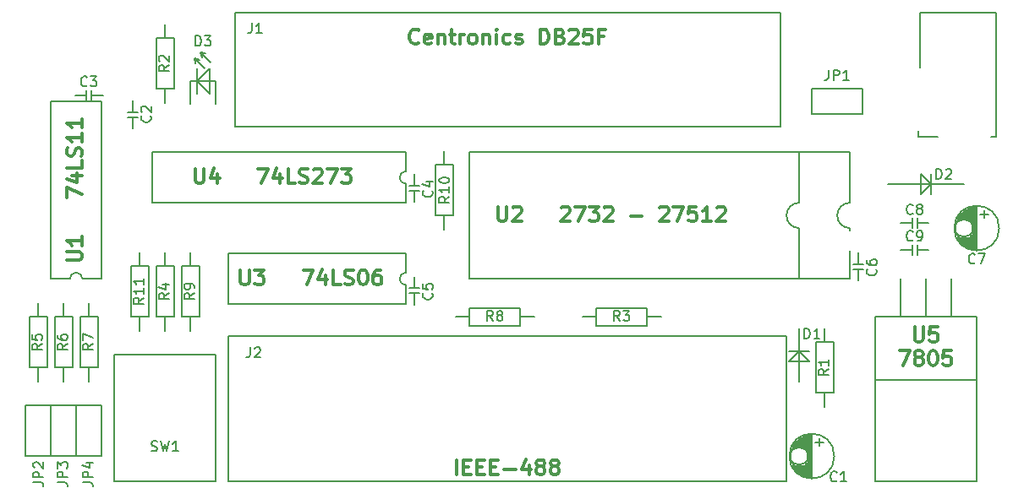
<source format=gto>
G04 (created by PCBNEW (2013-07-07 BZR 4022)-stable) date 28.12.2015 18:38:58*
%MOIN*%
G04 Gerber Fmt 3.4, Leading zero omitted, Abs format*
%FSLAX34Y34*%
G01*
G70*
G90*
G04 APERTURE LIST*
%ADD10C,0.00393701*%
%ADD11C,0.008*%
%ADD12C,0.011811*%
%ADD13C,0.00787402*%
G04 APERTURE END LIST*
G54D10*
G54D11*
X5466Y-17792D02*
X5523Y-17811D01*
X5619Y-17811D01*
X5657Y-17792D01*
X5676Y-17773D01*
X5695Y-17735D01*
X5695Y-17697D01*
X5676Y-17659D01*
X5657Y-17640D01*
X5619Y-17621D01*
X5542Y-17602D01*
X5504Y-17583D01*
X5485Y-17564D01*
X5466Y-17526D01*
X5466Y-17488D01*
X5485Y-17450D01*
X5504Y-17430D01*
X5542Y-17411D01*
X5638Y-17411D01*
X5695Y-17430D01*
X5828Y-17411D02*
X5923Y-17811D01*
X6000Y-17526D01*
X6076Y-17811D01*
X6171Y-17411D01*
X6533Y-17811D02*
X6304Y-17811D01*
X6419Y-17811D02*
X6419Y-17411D01*
X6380Y-17469D01*
X6342Y-17507D01*
X6304Y-17526D01*
X9366Y-13711D02*
X9366Y-13997D01*
X9347Y-14054D01*
X9309Y-14092D01*
X9252Y-14111D01*
X9214Y-14111D01*
X9538Y-13750D02*
X9557Y-13730D01*
X9595Y-13711D01*
X9690Y-13711D01*
X9728Y-13730D01*
X9747Y-13750D01*
X9766Y-13788D01*
X9766Y-13826D01*
X9747Y-13883D01*
X9519Y-14111D01*
X9766Y-14111D01*
X9416Y-911D02*
X9416Y-1197D01*
X9397Y-1254D01*
X9359Y-1292D01*
X9302Y-1311D01*
X9264Y-1311D01*
X9816Y-1311D02*
X9588Y-1311D01*
X9702Y-1311D02*
X9702Y-911D01*
X9664Y-969D01*
X9626Y-1007D01*
X9588Y-1026D01*
G54D12*
X16012Y-1682D02*
X15984Y-1710D01*
X15900Y-1739D01*
X15844Y-1739D01*
X15759Y-1710D01*
X15703Y-1654D01*
X15675Y-1598D01*
X15647Y-1485D01*
X15647Y-1401D01*
X15675Y-1289D01*
X15703Y-1232D01*
X15759Y-1176D01*
X15844Y-1148D01*
X15900Y-1148D01*
X15984Y-1176D01*
X16012Y-1204D01*
X16491Y-1710D02*
X16434Y-1739D01*
X16322Y-1739D01*
X16266Y-1710D01*
X16237Y-1654D01*
X16237Y-1429D01*
X16266Y-1373D01*
X16322Y-1345D01*
X16434Y-1345D01*
X16491Y-1373D01*
X16519Y-1429D01*
X16519Y-1485D01*
X16237Y-1542D01*
X16772Y-1345D02*
X16772Y-1739D01*
X16772Y-1401D02*
X16800Y-1373D01*
X16856Y-1345D01*
X16940Y-1345D01*
X16997Y-1373D01*
X17025Y-1429D01*
X17025Y-1739D01*
X17222Y-1345D02*
X17447Y-1345D01*
X17306Y-1148D02*
X17306Y-1654D01*
X17334Y-1710D01*
X17390Y-1739D01*
X17447Y-1739D01*
X17643Y-1739D02*
X17643Y-1345D01*
X17643Y-1457D02*
X17672Y-1401D01*
X17700Y-1373D01*
X17756Y-1345D01*
X17812Y-1345D01*
X18093Y-1739D02*
X18037Y-1710D01*
X18009Y-1682D01*
X17981Y-1626D01*
X17981Y-1457D01*
X18009Y-1401D01*
X18037Y-1373D01*
X18093Y-1345D01*
X18178Y-1345D01*
X18234Y-1373D01*
X18262Y-1401D01*
X18290Y-1457D01*
X18290Y-1626D01*
X18262Y-1682D01*
X18234Y-1710D01*
X18178Y-1739D01*
X18093Y-1739D01*
X18543Y-1345D02*
X18543Y-1739D01*
X18543Y-1401D02*
X18571Y-1373D01*
X18628Y-1345D01*
X18712Y-1345D01*
X18768Y-1373D01*
X18796Y-1429D01*
X18796Y-1739D01*
X19078Y-1739D02*
X19078Y-1345D01*
X19078Y-1148D02*
X19050Y-1176D01*
X19078Y-1204D01*
X19106Y-1176D01*
X19078Y-1148D01*
X19078Y-1204D01*
X19612Y-1710D02*
X19556Y-1739D01*
X19443Y-1739D01*
X19387Y-1710D01*
X19359Y-1682D01*
X19331Y-1626D01*
X19331Y-1457D01*
X19359Y-1401D01*
X19387Y-1373D01*
X19443Y-1345D01*
X19556Y-1345D01*
X19612Y-1373D01*
X19837Y-1710D02*
X19893Y-1739D01*
X20006Y-1739D01*
X20062Y-1710D01*
X20090Y-1654D01*
X20090Y-1626D01*
X20062Y-1570D01*
X20006Y-1542D01*
X19921Y-1542D01*
X19865Y-1514D01*
X19837Y-1457D01*
X19837Y-1429D01*
X19865Y-1373D01*
X19921Y-1345D01*
X20006Y-1345D01*
X20062Y-1373D01*
X20793Y-1739D02*
X20793Y-1148D01*
X20934Y-1148D01*
X21018Y-1176D01*
X21074Y-1232D01*
X21102Y-1289D01*
X21131Y-1401D01*
X21131Y-1485D01*
X21102Y-1598D01*
X21074Y-1654D01*
X21018Y-1710D01*
X20934Y-1739D01*
X20793Y-1739D01*
X21580Y-1429D02*
X21665Y-1457D01*
X21693Y-1485D01*
X21721Y-1542D01*
X21721Y-1626D01*
X21693Y-1682D01*
X21665Y-1710D01*
X21609Y-1739D01*
X21384Y-1739D01*
X21384Y-1148D01*
X21580Y-1148D01*
X21637Y-1176D01*
X21665Y-1204D01*
X21693Y-1260D01*
X21693Y-1317D01*
X21665Y-1373D01*
X21637Y-1401D01*
X21580Y-1429D01*
X21384Y-1429D01*
X21946Y-1204D02*
X21974Y-1176D01*
X22030Y-1148D01*
X22171Y-1148D01*
X22227Y-1176D01*
X22255Y-1204D01*
X22284Y-1260D01*
X22284Y-1317D01*
X22255Y-1401D01*
X21918Y-1739D01*
X22284Y-1739D01*
X22818Y-1148D02*
X22537Y-1148D01*
X22508Y-1429D01*
X22537Y-1401D01*
X22593Y-1373D01*
X22733Y-1373D01*
X22790Y-1401D01*
X22818Y-1429D01*
X22846Y-1485D01*
X22846Y-1626D01*
X22818Y-1682D01*
X22790Y-1710D01*
X22733Y-1739D01*
X22593Y-1739D01*
X22537Y-1710D01*
X22508Y-1682D01*
X23296Y-1429D02*
X23099Y-1429D01*
X23099Y-1739D02*
X23099Y-1148D01*
X23380Y-1148D01*
X17489Y-18739D02*
X17489Y-18148D01*
X17770Y-18429D02*
X17967Y-18429D01*
X18051Y-18739D02*
X17770Y-18739D01*
X17770Y-18148D01*
X18051Y-18148D01*
X18304Y-18429D02*
X18501Y-18429D01*
X18586Y-18739D02*
X18304Y-18739D01*
X18304Y-18148D01*
X18586Y-18148D01*
X18839Y-18429D02*
X19035Y-18429D01*
X19120Y-18739D02*
X18839Y-18739D01*
X18839Y-18148D01*
X19120Y-18148D01*
X19373Y-18514D02*
X19823Y-18514D01*
X20357Y-18345D02*
X20357Y-18739D01*
X20217Y-18120D02*
X20076Y-18542D01*
X20442Y-18542D01*
X20751Y-18401D02*
X20695Y-18373D01*
X20667Y-18345D01*
X20638Y-18289D01*
X20638Y-18260D01*
X20667Y-18204D01*
X20695Y-18176D01*
X20751Y-18148D01*
X20863Y-18148D01*
X20920Y-18176D01*
X20948Y-18204D01*
X20976Y-18260D01*
X20976Y-18289D01*
X20948Y-18345D01*
X20920Y-18373D01*
X20863Y-18401D01*
X20751Y-18401D01*
X20695Y-18429D01*
X20667Y-18457D01*
X20638Y-18514D01*
X20638Y-18626D01*
X20667Y-18682D01*
X20695Y-18710D01*
X20751Y-18739D01*
X20863Y-18739D01*
X20920Y-18710D01*
X20948Y-18682D01*
X20976Y-18626D01*
X20976Y-18514D01*
X20948Y-18457D01*
X20920Y-18429D01*
X20863Y-18401D01*
X21313Y-18401D02*
X21257Y-18373D01*
X21229Y-18345D01*
X21201Y-18289D01*
X21201Y-18260D01*
X21229Y-18204D01*
X21257Y-18176D01*
X21313Y-18148D01*
X21426Y-18148D01*
X21482Y-18176D01*
X21510Y-18204D01*
X21538Y-18260D01*
X21538Y-18289D01*
X21510Y-18345D01*
X21482Y-18373D01*
X21426Y-18401D01*
X21313Y-18401D01*
X21257Y-18429D01*
X21229Y-18457D01*
X21201Y-18514D01*
X21201Y-18626D01*
X21229Y-18682D01*
X21257Y-18710D01*
X21313Y-18739D01*
X21426Y-18739D01*
X21482Y-18710D01*
X21510Y-18682D01*
X21538Y-18626D01*
X21538Y-18514D01*
X21510Y-18457D01*
X21482Y-18429D01*
X21426Y-18401D01*
G54D13*
X7800Y-2450D02*
X7400Y-2050D01*
X7400Y-2050D02*
X7450Y-2250D01*
X7400Y-2050D02*
X7600Y-2100D01*
X7150Y-2300D02*
X7350Y-2350D01*
X7150Y-2300D02*
X7200Y-2500D01*
X7550Y-2700D02*
X7150Y-2300D01*
X7250Y-2700D02*
X7250Y-3700D01*
X7750Y-3700D02*
X7750Y-2700D01*
X7250Y-3200D02*
X7750Y-3700D01*
X7250Y-3200D02*
X7750Y-2700D01*
X8000Y-3200D02*
X8000Y-4100D01*
X7000Y-3200D02*
X8000Y-3200D01*
X7000Y-4100D02*
X7000Y-3200D01*
G54D11*
X7204Y-1811D02*
X7204Y-1411D01*
X7300Y-1411D01*
X7357Y-1430D01*
X7395Y-1469D01*
X7414Y-1507D01*
X7433Y-1583D01*
X7433Y-1640D01*
X7414Y-1716D01*
X7395Y-1754D01*
X7357Y-1792D01*
X7300Y-1811D01*
X7204Y-1811D01*
X7566Y-1411D02*
X7814Y-1411D01*
X7680Y-1564D01*
X7738Y-1564D01*
X7776Y-1583D01*
X7795Y-1602D01*
X7814Y-1640D01*
X7814Y-1735D01*
X7795Y-1773D01*
X7776Y-1792D01*
X7738Y-1811D01*
X7623Y-1811D01*
X7585Y-1792D01*
X7566Y-1773D01*
G54D13*
X31000Y-12950D02*
X31000Y-15050D01*
X31400Y-14250D02*
X31000Y-13850D01*
X31000Y-13850D02*
X30600Y-14250D01*
X30600Y-14250D02*
X31400Y-14250D01*
X31400Y-13850D02*
X30600Y-13850D01*
G54D11*
X31204Y-13361D02*
X31204Y-12961D01*
X31300Y-12961D01*
X31357Y-12980D01*
X31395Y-13019D01*
X31414Y-13057D01*
X31433Y-13133D01*
X31433Y-13190D01*
X31414Y-13266D01*
X31395Y-13304D01*
X31357Y-13342D01*
X31300Y-13361D01*
X31204Y-13361D01*
X31814Y-13361D02*
X31585Y-13361D01*
X31700Y-13361D02*
X31700Y-12961D01*
X31661Y-13019D01*
X31623Y-13057D01*
X31585Y-13076D01*
X36404Y-7061D02*
X36404Y-6661D01*
X36500Y-6661D01*
X36557Y-6680D01*
X36595Y-6719D01*
X36614Y-6757D01*
X36633Y-6833D01*
X36633Y-6890D01*
X36614Y-6966D01*
X36595Y-7004D01*
X36557Y-7042D01*
X36500Y-7061D01*
X36404Y-7061D01*
X36785Y-6700D02*
X36804Y-6680D01*
X36842Y-6661D01*
X36938Y-6661D01*
X36976Y-6680D01*
X36995Y-6700D01*
X37014Y-6738D01*
X37014Y-6776D01*
X36995Y-6833D01*
X36766Y-7061D01*
X37014Y-7061D01*
G54D13*
X36200Y-6850D02*
X36200Y-7650D01*
X35800Y-7650D02*
X35800Y-6850D01*
X36200Y-7250D02*
X35800Y-7650D01*
X35800Y-6850D02*
X36200Y-7250D01*
X34500Y-7250D02*
X37500Y-7250D01*
X32386Y-18000D02*
G75*
G03X32386Y-18000I-886J0D01*
G74*
G01*
X31500Y-17150D02*
X31500Y-18850D01*
X31450Y-17150D02*
X31450Y-18850D01*
X31350Y-18000D02*
G75*
G03X31350Y-18000I-350J0D01*
G74*
G01*
X31400Y-18850D02*
X31400Y-17150D01*
X31350Y-17150D02*
X31350Y-17850D01*
X31300Y-17150D02*
X31300Y-17750D01*
X31250Y-17150D02*
X31250Y-17700D01*
X31200Y-17200D02*
X31200Y-17700D01*
X31150Y-17200D02*
X31150Y-17650D01*
X31100Y-17250D02*
X31100Y-17650D01*
X31050Y-17300D02*
X31050Y-17600D01*
X31000Y-17300D02*
X31000Y-17600D01*
X30950Y-17350D02*
X30950Y-17600D01*
X30900Y-17400D02*
X30900Y-17650D01*
X30850Y-17450D02*
X30850Y-17650D01*
X30800Y-17500D02*
X30800Y-17700D01*
X30750Y-17600D02*
X30750Y-17700D01*
X30750Y-17650D02*
X30700Y-17800D01*
X31350Y-18150D02*
X31350Y-18850D01*
X31300Y-18250D02*
X31300Y-18850D01*
X31250Y-18300D02*
X31250Y-18800D01*
X31200Y-18350D02*
X31200Y-18800D01*
X31150Y-18350D02*
X31150Y-18750D01*
X31100Y-18350D02*
X31100Y-18750D01*
X31050Y-18350D02*
X31050Y-18750D01*
X31000Y-18350D02*
X31000Y-18700D01*
X30950Y-18350D02*
X30950Y-18650D01*
X30900Y-18350D02*
X30900Y-18600D01*
X30850Y-18350D02*
X30850Y-18550D01*
X30800Y-18300D02*
X30800Y-18500D01*
X30750Y-18300D02*
X30750Y-18400D01*
X30650Y-18200D02*
X30750Y-18300D01*
G54D11*
X31647Y-17459D02*
X31952Y-17459D01*
X31800Y-17611D02*
X31800Y-17307D01*
X32483Y-18973D02*
X32464Y-18992D01*
X32407Y-19011D01*
X32369Y-19011D01*
X32311Y-18992D01*
X32273Y-18954D01*
X32254Y-18916D01*
X32235Y-18840D01*
X32235Y-18783D01*
X32254Y-18707D01*
X32273Y-18669D01*
X32311Y-18630D01*
X32369Y-18611D01*
X32407Y-18611D01*
X32464Y-18630D01*
X32483Y-18650D01*
X32864Y-19011D02*
X32635Y-19011D01*
X32750Y-19011D02*
X32750Y-18611D01*
X32711Y-18669D01*
X32673Y-18707D01*
X32635Y-18726D01*
X37933Y-10373D02*
X37914Y-10392D01*
X37857Y-10411D01*
X37819Y-10411D01*
X37761Y-10392D01*
X37723Y-10354D01*
X37704Y-10316D01*
X37685Y-10240D01*
X37685Y-10183D01*
X37704Y-10107D01*
X37723Y-10069D01*
X37761Y-10030D01*
X37819Y-10011D01*
X37857Y-10011D01*
X37914Y-10030D01*
X37933Y-10050D01*
X38066Y-10011D02*
X38333Y-10011D01*
X38161Y-10411D01*
X38147Y-8459D02*
X38452Y-8459D01*
X38300Y-8611D02*
X38300Y-8307D01*
G54D13*
X37150Y-9200D02*
X37250Y-9300D01*
X37250Y-9300D02*
X37250Y-9400D01*
X37300Y-9300D02*
X37300Y-9500D01*
X37350Y-9350D02*
X37350Y-9550D01*
X37400Y-9350D02*
X37400Y-9600D01*
X37450Y-9350D02*
X37450Y-9650D01*
X37500Y-9350D02*
X37500Y-9700D01*
X37550Y-9350D02*
X37550Y-9750D01*
X37600Y-9350D02*
X37600Y-9750D01*
X37650Y-9350D02*
X37650Y-9750D01*
X37700Y-9350D02*
X37700Y-9800D01*
X37750Y-9300D02*
X37750Y-9800D01*
X37800Y-9250D02*
X37800Y-9850D01*
X37850Y-9150D02*
X37850Y-9850D01*
X37250Y-8650D02*
X37200Y-8800D01*
X37250Y-8600D02*
X37250Y-8700D01*
X37300Y-8500D02*
X37300Y-8700D01*
X37350Y-8450D02*
X37350Y-8650D01*
X37400Y-8400D02*
X37400Y-8650D01*
X37450Y-8350D02*
X37450Y-8600D01*
X37500Y-8300D02*
X37500Y-8600D01*
X37550Y-8300D02*
X37550Y-8600D01*
X37600Y-8250D02*
X37600Y-8650D01*
X37650Y-8200D02*
X37650Y-8650D01*
X37700Y-8200D02*
X37700Y-8700D01*
X37750Y-8150D02*
X37750Y-8700D01*
X37800Y-8150D02*
X37800Y-8750D01*
X37850Y-8150D02*
X37850Y-8850D01*
X37900Y-9850D02*
X37900Y-8150D01*
X37850Y-9000D02*
G75*
G03X37850Y-9000I-350J0D01*
G74*
G01*
X37950Y-8150D02*
X37950Y-9850D01*
X38000Y-8150D02*
X38000Y-9850D01*
X38886Y-9000D02*
G75*
G03X38886Y-9000I-886J0D01*
G74*
G01*
X35750Y-2500D02*
X35750Y-2650D01*
X38750Y-5400D02*
X38550Y-5400D01*
X38750Y-5250D02*
X38750Y-5400D01*
X35700Y-5400D02*
X35700Y-5150D01*
G54D11*
X17211Y-7757D02*
X17021Y-7890D01*
X17211Y-7985D02*
X16811Y-7985D01*
X16811Y-7833D01*
X16830Y-7795D01*
X16850Y-7776D01*
X16888Y-7757D01*
X16945Y-7757D01*
X16983Y-7776D01*
X17002Y-7795D01*
X17021Y-7833D01*
X17021Y-7985D01*
X17211Y-7376D02*
X17211Y-7604D01*
X17211Y-7490D02*
X16811Y-7490D01*
X16869Y-7528D01*
X16907Y-7566D01*
X16926Y-7604D01*
X16811Y-7128D02*
X16811Y-7090D01*
X16830Y-7052D01*
X16850Y-7033D01*
X16888Y-7014D01*
X16964Y-6995D01*
X17059Y-6995D01*
X17135Y-7014D01*
X17173Y-7033D01*
X17192Y-7052D01*
X17211Y-7090D01*
X17211Y-7128D01*
X17192Y-7166D01*
X17173Y-7185D01*
X17135Y-7204D01*
X17059Y-7223D01*
X16964Y-7223D01*
X16888Y-7204D01*
X16850Y-7185D01*
X16830Y-7166D01*
X16811Y-7128D01*
G54D13*
X16650Y-6500D02*
X16650Y-8500D01*
X17350Y-6500D02*
X17350Y-8500D01*
X16650Y-6500D02*
X17350Y-6500D01*
X16650Y-8500D02*
X17350Y-8500D01*
X17000Y-8500D02*
X17000Y-9050D01*
X17000Y-6500D02*
X17000Y-5950D01*
X5000Y-10500D02*
X5000Y-9950D01*
X5000Y-12500D02*
X5000Y-13050D01*
X4650Y-12500D02*
X5350Y-12500D01*
X4650Y-10500D02*
X5350Y-10500D01*
X5350Y-10500D02*
X5350Y-12500D01*
X4650Y-10500D02*
X4650Y-12500D01*
G54D11*
X5161Y-11757D02*
X4971Y-11890D01*
X5161Y-11985D02*
X4761Y-11985D01*
X4761Y-11833D01*
X4780Y-11795D01*
X4800Y-11776D01*
X4838Y-11757D01*
X4895Y-11757D01*
X4933Y-11776D01*
X4952Y-11795D01*
X4971Y-11833D01*
X4971Y-11985D01*
X5161Y-11376D02*
X5161Y-11604D01*
X5161Y-11490D02*
X4761Y-11490D01*
X4819Y-11528D01*
X4857Y-11566D01*
X4876Y-11604D01*
X5161Y-10995D02*
X5161Y-11223D01*
X5161Y-11109D02*
X4761Y-11109D01*
X4819Y-11147D01*
X4857Y-11185D01*
X4876Y-11223D01*
X6161Y-11566D02*
X5971Y-11699D01*
X6161Y-11795D02*
X5761Y-11795D01*
X5761Y-11642D01*
X5780Y-11604D01*
X5800Y-11585D01*
X5838Y-11566D01*
X5895Y-11566D01*
X5933Y-11585D01*
X5952Y-11604D01*
X5971Y-11642D01*
X5971Y-11795D01*
X5895Y-11223D02*
X6161Y-11223D01*
X5742Y-11319D02*
X6028Y-11414D01*
X6028Y-11166D01*
G54D13*
X5650Y-10500D02*
X5650Y-12500D01*
X6350Y-10500D02*
X6350Y-12500D01*
X5650Y-10500D02*
X6350Y-10500D01*
X5650Y-12500D02*
X6350Y-12500D01*
X6000Y-12500D02*
X6000Y-13050D01*
X6000Y-10500D02*
X6000Y-9950D01*
X7000Y-10500D02*
X7000Y-9950D01*
X7000Y-12500D02*
X7000Y-13050D01*
X6650Y-12500D02*
X7350Y-12500D01*
X6650Y-10500D02*
X7350Y-10500D01*
X7350Y-10500D02*
X7350Y-12500D01*
X6650Y-10500D02*
X6650Y-12500D01*
G54D11*
X7161Y-11566D02*
X6971Y-11699D01*
X7161Y-11795D02*
X6761Y-11795D01*
X6761Y-11642D01*
X6780Y-11604D01*
X6800Y-11585D01*
X6838Y-11566D01*
X6895Y-11566D01*
X6933Y-11585D01*
X6952Y-11604D01*
X6971Y-11642D01*
X6971Y-11795D01*
X7161Y-11376D02*
X7161Y-11299D01*
X7142Y-11261D01*
X7123Y-11242D01*
X7066Y-11204D01*
X6990Y-11185D01*
X6838Y-11185D01*
X6800Y-11204D01*
X6780Y-11223D01*
X6761Y-11261D01*
X6761Y-11338D01*
X6780Y-11376D01*
X6800Y-11395D01*
X6838Y-11414D01*
X6933Y-11414D01*
X6971Y-11395D01*
X6990Y-11376D01*
X7009Y-11338D01*
X7009Y-11261D01*
X6990Y-11223D01*
X6971Y-11204D01*
X6933Y-11185D01*
X3161Y-13566D02*
X2971Y-13699D01*
X3161Y-13795D02*
X2761Y-13795D01*
X2761Y-13642D01*
X2780Y-13604D01*
X2800Y-13585D01*
X2838Y-13566D01*
X2895Y-13566D01*
X2933Y-13585D01*
X2952Y-13604D01*
X2971Y-13642D01*
X2971Y-13795D01*
X2761Y-13433D02*
X2761Y-13166D01*
X3161Y-13338D01*
G54D13*
X2650Y-12500D02*
X2650Y-14500D01*
X3350Y-12500D02*
X3350Y-14500D01*
X2650Y-12500D02*
X3350Y-12500D01*
X2650Y-14500D02*
X3350Y-14500D01*
X3000Y-14500D02*
X3000Y-15050D01*
X3000Y-12500D02*
X3000Y-11950D01*
X2000Y-12500D02*
X2000Y-11950D01*
X2000Y-14500D02*
X2000Y-15050D01*
X1650Y-14500D02*
X2350Y-14500D01*
X1650Y-12500D02*
X2350Y-12500D01*
X2350Y-12500D02*
X2350Y-14500D01*
X1650Y-12500D02*
X1650Y-14500D01*
G54D11*
X2161Y-13566D02*
X1971Y-13699D01*
X2161Y-13795D02*
X1761Y-13795D01*
X1761Y-13642D01*
X1780Y-13604D01*
X1800Y-13585D01*
X1838Y-13566D01*
X1895Y-13566D01*
X1933Y-13585D01*
X1952Y-13604D01*
X1971Y-13642D01*
X1971Y-13795D01*
X1761Y-13223D02*
X1761Y-13299D01*
X1780Y-13338D01*
X1800Y-13357D01*
X1857Y-13395D01*
X1933Y-13414D01*
X2085Y-13414D01*
X2123Y-13395D01*
X2142Y-13376D01*
X2161Y-13338D01*
X2161Y-13261D01*
X2142Y-13223D01*
X2123Y-13204D01*
X2085Y-13185D01*
X1990Y-13185D01*
X1952Y-13204D01*
X1933Y-13223D01*
X1914Y-13261D01*
X1914Y-13338D01*
X1933Y-13376D01*
X1952Y-13395D01*
X1990Y-13414D01*
X1161Y-13566D02*
X971Y-13699D01*
X1161Y-13795D02*
X761Y-13795D01*
X761Y-13642D01*
X780Y-13604D01*
X800Y-13585D01*
X838Y-13566D01*
X895Y-13566D01*
X933Y-13585D01*
X952Y-13604D01*
X971Y-13642D01*
X971Y-13795D01*
X761Y-13204D02*
X761Y-13395D01*
X952Y-13414D01*
X933Y-13395D01*
X914Y-13357D01*
X914Y-13261D01*
X933Y-13223D01*
X952Y-13204D01*
X990Y-13185D01*
X1085Y-13185D01*
X1123Y-13204D01*
X1142Y-13223D01*
X1161Y-13261D01*
X1161Y-13357D01*
X1142Y-13395D01*
X1123Y-13414D01*
G54D13*
X650Y-12500D02*
X650Y-14500D01*
X1350Y-12500D02*
X1350Y-14500D01*
X650Y-12500D02*
X1350Y-12500D01*
X650Y-14500D02*
X1350Y-14500D01*
X1000Y-14500D02*
X1000Y-15050D01*
X1000Y-12500D02*
X1000Y-11950D01*
G54D11*
X6161Y-2566D02*
X5971Y-2699D01*
X6161Y-2795D02*
X5761Y-2795D01*
X5761Y-2642D01*
X5780Y-2604D01*
X5800Y-2585D01*
X5838Y-2566D01*
X5895Y-2566D01*
X5933Y-2585D01*
X5952Y-2604D01*
X5971Y-2642D01*
X5971Y-2795D01*
X5800Y-2414D02*
X5780Y-2395D01*
X5761Y-2357D01*
X5761Y-2261D01*
X5780Y-2223D01*
X5800Y-2204D01*
X5838Y-2185D01*
X5876Y-2185D01*
X5933Y-2204D01*
X6161Y-2433D01*
X6161Y-2185D01*
G54D13*
X5650Y-1500D02*
X5650Y-3500D01*
X6350Y-1500D02*
X6350Y-3500D01*
X5650Y-1500D02*
X6350Y-1500D01*
X5650Y-3500D02*
X6350Y-3500D01*
X6000Y-3500D02*
X6000Y-4050D01*
X6000Y-1500D02*
X6000Y-950D01*
X32000Y-13500D02*
X32000Y-12950D01*
X32000Y-15500D02*
X32000Y-16050D01*
X31650Y-15500D02*
X32350Y-15500D01*
X31650Y-13500D02*
X32350Y-13500D01*
X32350Y-13500D02*
X32350Y-15500D01*
X31650Y-13500D02*
X31650Y-15500D01*
G54D11*
X32161Y-14566D02*
X31971Y-14699D01*
X32161Y-14795D02*
X31761Y-14795D01*
X31761Y-14642D01*
X31780Y-14604D01*
X31800Y-14585D01*
X31838Y-14566D01*
X31895Y-14566D01*
X31933Y-14585D01*
X31952Y-14604D01*
X31971Y-14642D01*
X31971Y-14795D01*
X32161Y-14185D02*
X32161Y-14414D01*
X32161Y-14299D02*
X31761Y-14299D01*
X31819Y-14338D01*
X31857Y-14376D01*
X31876Y-14414D01*
X18933Y-12661D02*
X18800Y-12471D01*
X18704Y-12661D02*
X18704Y-12261D01*
X18857Y-12261D01*
X18895Y-12280D01*
X18914Y-12300D01*
X18933Y-12338D01*
X18933Y-12395D01*
X18914Y-12433D01*
X18895Y-12452D01*
X18857Y-12471D01*
X18704Y-12471D01*
X19161Y-12433D02*
X19123Y-12414D01*
X19104Y-12395D01*
X19085Y-12357D01*
X19085Y-12338D01*
X19104Y-12300D01*
X19123Y-12280D01*
X19161Y-12261D01*
X19238Y-12261D01*
X19276Y-12280D01*
X19295Y-12300D01*
X19314Y-12338D01*
X19314Y-12357D01*
X19295Y-12395D01*
X19276Y-12414D01*
X19238Y-12433D01*
X19161Y-12433D01*
X19123Y-12452D01*
X19104Y-12471D01*
X19085Y-12509D01*
X19085Y-12585D01*
X19104Y-12623D01*
X19123Y-12642D01*
X19161Y-12661D01*
X19238Y-12661D01*
X19276Y-12642D01*
X19295Y-12623D01*
X19314Y-12585D01*
X19314Y-12509D01*
X19295Y-12471D01*
X19276Y-12452D01*
X19238Y-12433D01*
G54D13*
X20000Y-12150D02*
X18000Y-12150D01*
X20000Y-12850D02*
X18000Y-12850D01*
X20000Y-12150D02*
X20000Y-12850D01*
X18000Y-12150D02*
X18000Y-12850D01*
X18000Y-12500D02*
X17450Y-12500D01*
X20000Y-12500D02*
X20550Y-12500D01*
X25000Y-12500D02*
X25550Y-12500D01*
X23000Y-12500D02*
X22450Y-12500D01*
X23000Y-12150D02*
X23000Y-12850D01*
X25000Y-12150D02*
X25000Y-12850D01*
X25000Y-12850D02*
X23000Y-12850D01*
X25000Y-12150D02*
X23000Y-12150D01*
G54D11*
X23933Y-12661D02*
X23800Y-12471D01*
X23704Y-12661D02*
X23704Y-12261D01*
X23857Y-12261D01*
X23895Y-12280D01*
X23914Y-12300D01*
X23933Y-12338D01*
X23933Y-12395D01*
X23914Y-12433D01*
X23895Y-12452D01*
X23857Y-12471D01*
X23704Y-12471D01*
X24066Y-12261D02*
X24314Y-12261D01*
X24180Y-12414D01*
X24238Y-12414D01*
X24276Y-12433D01*
X24295Y-12452D01*
X24314Y-12490D01*
X24314Y-12585D01*
X24295Y-12623D01*
X24276Y-12642D01*
X24238Y-12661D01*
X24123Y-12661D01*
X24085Y-12642D01*
X24066Y-12623D01*
X2761Y-19033D02*
X3047Y-19033D01*
X3104Y-19052D01*
X3142Y-19090D01*
X3161Y-19147D01*
X3161Y-19185D01*
X3161Y-18842D02*
X2761Y-18842D01*
X2761Y-18690D01*
X2780Y-18652D01*
X2800Y-18633D01*
X2838Y-18614D01*
X2895Y-18614D01*
X2933Y-18633D01*
X2952Y-18652D01*
X2971Y-18690D01*
X2971Y-18842D01*
X2895Y-18271D02*
X3161Y-18271D01*
X2742Y-18366D02*
X3028Y-18461D01*
X3028Y-18214D01*
X1761Y-19033D02*
X2047Y-19033D01*
X2104Y-19052D01*
X2142Y-19090D01*
X2161Y-19147D01*
X2161Y-19185D01*
X2161Y-18842D02*
X1761Y-18842D01*
X1761Y-18690D01*
X1780Y-18652D01*
X1800Y-18633D01*
X1838Y-18614D01*
X1895Y-18614D01*
X1933Y-18633D01*
X1952Y-18652D01*
X1971Y-18690D01*
X1971Y-18842D01*
X1761Y-18480D02*
X1761Y-18233D01*
X1914Y-18366D01*
X1914Y-18309D01*
X1933Y-18271D01*
X1952Y-18252D01*
X1990Y-18233D01*
X2085Y-18233D01*
X2123Y-18252D01*
X2142Y-18271D01*
X2161Y-18309D01*
X2161Y-18423D01*
X2142Y-18461D01*
X2123Y-18480D01*
X811Y-19033D02*
X1097Y-19033D01*
X1154Y-19052D01*
X1192Y-19090D01*
X1211Y-19147D01*
X1211Y-19185D01*
X1211Y-18842D02*
X811Y-18842D01*
X811Y-18690D01*
X830Y-18652D01*
X850Y-18633D01*
X888Y-18614D01*
X945Y-18614D01*
X983Y-18633D01*
X1002Y-18652D01*
X1021Y-18690D01*
X1021Y-18842D01*
X850Y-18461D02*
X830Y-18442D01*
X811Y-18404D01*
X811Y-18309D01*
X830Y-18271D01*
X850Y-18252D01*
X888Y-18233D01*
X926Y-18233D01*
X983Y-18252D01*
X1211Y-18480D01*
X1211Y-18233D01*
G54D13*
X35650Y-9850D02*
X35650Y-9650D01*
X35650Y-9850D02*
X35650Y-10050D01*
X35450Y-10050D02*
X35450Y-9650D01*
X35450Y-9850D02*
X35000Y-9850D01*
X35650Y-9850D02*
X36100Y-9850D01*
G54D11*
X35483Y-9473D02*
X35464Y-9492D01*
X35407Y-9511D01*
X35369Y-9511D01*
X35311Y-9492D01*
X35273Y-9454D01*
X35254Y-9416D01*
X35235Y-9340D01*
X35235Y-9283D01*
X35254Y-9207D01*
X35273Y-9169D01*
X35311Y-9130D01*
X35369Y-9111D01*
X35407Y-9111D01*
X35464Y-9130D01*
X35483Y-9150D01*
X35673Y-9511D02*
X35750Y-9511D01*
X35788Y-9492D01*
X35807Y-9473D01*
X35845Y-9416D01*
X35864Y-9340D01*
X35864Y-9188D01*
X35845Y-9150D01*
X35826Y-9130D01*
X35788Y-9111D01*
X35711Y-9111D01*
X35673Y-9130D01*
X35654Y-9150D01*
X35635Y-9188D01*
X35635Y-9283D01*
X35654Y-9321D01*
X35673Y-9340D01*
X35711Y-9359D01*
X35788Y-9359D01*
X35826Y-9340D01*
X35845Y-9321D01*
X35864Y-9283D01*
X34023Y-10616D02*
X34042Y-10635D01*
X34061Y-10692D01*
X34061Y-10730D01*
X34042Y-10788D01*
X34004Y-10826D01*
X33966Y-10845D01*
X33890Y-10864D01*
X33833Y-10864D01*
X33757Y-10845D01*
X33719Y-10826D01*
X33680Y-10788D01*
X33661Y-10730D01*
X33661Y-10692D01*
X33680Y-10635D01*
X33700Y-10616D01*
X33661Y-10273D02*
X33661Y-10349D01*
X33680Y-10388D01*
X33700Y-10407D01*
X33757Y-10445D01*
X33833Y-10464D01*
X33985Y-10464D01*
X34023Y-10445D01*
X34042Y-10426D01*
X34061Y-10388D01*
X34061Y-10311D01*
X34042Y-10273D01*
X34023Y-10254D01*
X33985Y-10235D01*
X33890Y-10235D01*
X33852Y-10254D01*
X33833Y-10273D01*
X33814Y-10311D01*
X33814Y-10388D01*
X33833Y-10426D01*
X33852Y-10445D01*
X33890Y-10464D01*
G54D13*
X33325Y-10425D02*
X33325Y-9975D01*
X33325Y-10625D02*
X33325Y-11075D01*
X33525Y-10625D02*
X33125Y-10625D01*
X33325Y-10425D02*
X33525Y-10425D01*
X33325Y-10425D02*
X33125Y-10425D01*
G54D11*
X16523Y-7516D02*
X16542Y-7535D01*
X16561Y-7592D01*
X16561Y-7630D01*
X16542Y-7688D01*
X16504Y-7726D01*
X16466Y-7745D01*
X16390Y-7764D01*
X16333Y-7764D01*
X16257Y-7745D01*
X16219Y-7726D01*
X16180Y-7688D01*
X16161Y-7630D01*
X16161Y-7592D01*
X16180Y-7535D01*
X16200Y-7516D01*
X16295Y-7173D02*
X16561Y-7173D01*
X16142Y-7269D02*
X16428Y-7364D01*
X16428Y-7116D01*
G54D13*
X15825Y-7325D02*
X15825Y-6875D01*
X15825Y-7525D02*
X15825Y-7975D01*
X16025Y-7525D02*
X15625Y-7525D01*
X15825Y-7325D02*
X16025Y-7325D01*
X15825Y-7325D02*
X15625Y-7325D01*
G54D11*
X16523Y-11566D02*
X16542Y-11585D01*
X16561Y-11642D01*
X16561Y-11680D01*
X16542Y-11738D01*
X16504Y-11776D01*
X16466Y-11795D01*
X16390Y-11814D01*
X16333Y-11814D01*
X16257Y-11795D01*
X16219Y-11776D01*
X16180Y-11738D01*
X16161Y-11680D01*
X16161Y-11642D01*
X16180Y-11585D01*
X16200Y-11566D01*
X16161Y-11204D02*
X16161Y-11395D01*
X16352Y-11414D01*
X16333Y-11395D01*
X16314Y-11357D01*
X16314Y-11261D01*
X16333Y-11223D01*
X16352Y-11204D01*
X16390Y-11185D01*
X16485Y-11185D01*
X16523Y-11204D01*
X16542Y-11223D01*
X16561Y-11261D01*
X16561Y-11357D01*
X16542Y-11395D01*
X16523Y-11414D01*
G54D13*
X15825Y-11375D02*
X15825Y-10925D01*
X15825Y-11575D02*
X15825Y-12025D01*
X16025Y-11575D02*
X15625Y-11575D01*
X15825Y-11375D02*
X16025Y-11375D01*
X15825Y-11375D02*
X15625Y-11375D01*
G54D11*
X5423Y-4566D02*
X5442Y-4585D01*
X5461Y-4642D01*
X5461Y-4680D01*
X5442Y-4738D01*
X5404Y-4776D01*
X5366Y-4795D01*
X5290Y-4814D01*
X5233Y-4814D01*
X5157Y-4795D01*
X5119Y-4776D01*
X5080Y-4738D01*
X5061Y-4680D01*
X5061Y-4642D01*
X5080Y-4585D01*
X5100Y-4566D01*
X5100Y-4414D02*
X5080Y-4395D01*
X5061Y-4357D01*
X5061Y-4261D01*
X5080Y-4223D01*
X5100Y-4204D01*
X5138Y-4185D01*
X5176Y-4185D01*
X5233Y-4204D01*
X5461Y-4433D01*
X5461Y-4185D01*
G54D13*
X4725Y-4425D02*
X4725Y-3975D01*
X4725Y-4625D02*
X4725Y-5075D01*
X4925Y-4625D02*
X4525Y-4625D01*
X4725Y-4425D02*
X4925Y-4425D01*
X4725Y-4425D02*
X4525Y-4425D01*
G54D11*
X35483Y-8423D02*
X35464Y-8442D01*
X35407Y-8461D01*
X35369Y-8461D01*
X35311Y-8442D01*
X35273Y-8404D01*
X35254Y-8366D01*
X35235Y-8290D01*
X35235Y-8233D01*
X35254Y-8157D01*
X35273Y-8119D01*
X35311Y-8080D01*
X35369Y-8061D01*
X35407Y-8061D01*
X35464Y-8080D01*
X35483Y-8100D01*
X35711Y-8233D02*
X35673Y-8214D01*
X35654Y-8195D01*
X35635Y-8157D01*
X35635Y-8138D01*
X35654Y-8100D01*
X35673Y-8080D01*
X35711Y-8061D01*
X35788Y-8061D01*
X35826Y-8080D01*
X35845Y-8100D01*
X35864Y-8138D01*
X35864Y-8157D01*
X35845Y-8195D01*
X35826Y-8214D01*
X35788Y-8233D01*
X35711Y-8233D01*
X35673Y-8252D01*
X35654Y-8271D01*
X35635Y-8309D01*
X35635Y-8385D01*
X35654Y-8423D01*
X35673Y-8442D01*
X35711Y-8461D01*
X35788Y-8461D01*
X35826Y-8442D01*
X35845Y-8423D01*
X35864Y-8385D01*
X35864Y-8309D01*
X35845Y-8271D01*
X35826Y-8252D01*
X35788Y-8233D01*
G54D13*
X35650Y-8800D02*
X36100Y-8800D01*
X35450Y-8800D02*
X35000Y-8800D01*
X35450Y-9000D02*
X35450Y-8600D01*
X35650Y-8800D02*
X35650Y-9000D01*
X35650Y-8800D02*
X35650Y-8600D01*
G54D11*
X2933Y-3373D02*
X2914Y-3392D01*
X2857Y-3411D01*
X2819Y-3411D01*
X2761Y-3392D01*
X2723Y-3354D01*
X2704Y-3316D01*
X2685Y-3240D01*
X2685Y-3183D01*
X2704Y-3107D01*
X2723Y-3069D01*
X2761Y-3030D01*
X2819Y-3011D01*
X2857Y-3011D01*
X2914Y-3030D01*
X2933Y-3050D01*
X3066Y-3011D02*
X3314Y-3011D01*
X3180Y-3164D01*
X3238Y-3164D01*
X3276Y-3183D01*
X3295Y-3202D01*
X3314Y-3240D01*
X3314Y-3335D01*
X3295Y-3373D01*
X3276Y-3392D01*
X3238Y-3411D01*
X3123Y-3411D01*
X3085Y-3392D01*
X3066Y-3373D01*
G54D13*
X3100Y-3750D02*
X3550Y-3750D01*
X2900Y-3750D02*
X2450Y-3750D01*
X2900Y-3950D02*
X2900Y-3550D01*
X3100Y-3750D02*
X3100Y-3950D01*
X3100Y-3750D02*
X3100Y-3550D01*
X35750Y-2500D02*
X35750Y-500D01*
X36450Y-5400D02*
X35700Y-5400D01*
X38750Y-500D02*
X38750Y-5250D01*
X35750Y-500D02*
X38750Y-500D01*
X31500Y-4500D02*
X31500Y-3500D01*
X33500Y-4500D02*
X31500Y-4500D01*
X33500Y-3500D02*
X33500Y-4500D01*
X31500Y-3500D02*
X33500Y-3500D01*
G54D11*
X32166Y-2761D02*
X32166Y-3047D01*
X32147Y-3104D01*
X32109Y-3142D01*
X32052Y-3161D01*
X32014Y-3161D01*
X32357Y-3161D02*
X32357Y-2761D01*
X32509Y-2761D01*
X32547Y-2780D01*
X32566Y-2800D01*
X32585Y-2838D01*
X32585Y-2895D01*
X32566Y-2933D01*
X32547Y-2952D01*
X32509Y-2971D01*
X32357Y-2971D01*
X32966Y-3161D02*
X32738Y-3161D01*
X32852Y-3161D02*
X32852Y-2761D01*
X32814Y-2819D01*
X32776Y-2857D01*
X32738Y-2876D01*
G54D13*
X2500Y-16000D02*
X2500Y-18000D01*
X1500Y-16000D02*
X1500Y-18000D01*
X500Y-18000D02*
X500Y-16000D01*
X3500Y-18000D02*
X500Y-18000D01*
X3500Y-16000D02*
X3500Y-18000D01*
X500Y-16000D02*
X3500Y-16000D01*
X30250Y-5000D02*
X8750Y-5000D01*
X30250Y-5000D02*
X30250Y-4750D01*
X30250Y-4750D02*
X30250Y-500D01*
X8750Y-500D02*
X8750Y-5000D01*
X30250Y-500D02*
X8750Y-500D01*
X30500Y-19000D02*
X8500Y-19000D01*
X30500Y-13250D02*
X30500Y-19000D01*
X8500Y-13250D02*
X30500Y-13250D01*
X8500Y-19000D02*
X8500Y-13250D01*
X4000Y-19000D02*
X4000Y-14000D01*
X8000Y-19000D02*
X4000Y-19000D01*
X8000Y-14000D02*
X8000Y-19000D01*
X4000Y-14000D02*
X8000Y-14000D01*
G54D12*
X35550Y-12898D02*
X35550Y-13376D01*
X35578Y-13432D01*
X35606Y-13460D01*
X35662Y-13489D01*
X35775Y-13489D01*
X35831Y-13460D01*
X35859Y-13432D01*
X35887Y-13376D01*
X35887Y-12898D01*
X36449Y-12898D02*
X36168Y-12898D01*
X36140Y-13179D01*
X36168Y-13151D01*
X36224Y-13123D01*
X36365Y-13123D01*
X36421Y-13151D01*
X36449Y-13179D01*
X36478Y-13235D01*
X36478Y-13376D01*
X36449Y-13432D01*
X36421Y-13460D01*
X36365Y-13489D01*
X36224Y-13489D01*
X36168Y-13460D01*
X36140Y-13432D01*
X34959Y-13843D02*
X35353Y-13843D01*
X35100Y-14433D01*
X35662Y-14096D02*
X35606Y-14068D01*
X35578Y-14040D01*
X35550Y-13983D01*
X35550Y-13955D01*
X35578Y-13899D01*
X35606Y-13871D01*
X35662Y-13843D01*
X35775Y-13843D01*
X35831Y-13871D01*
X35859Y-13899D01*
X35887Y-13955D01*
X35887Y-13983D01*
X35859Y-14040D01*
X35831Y-14068D01*
X35775Y-14096D01*
X35662Y-14096D01*
X35606Y-14124D01*
X35578Y-14152D01*
X35550Y-14208D01*
X35550Y-14321D01*
X35578Y-14377D01*
X35606Y-14405D01*
X35662Y-14433D01*
X35775Y-14433D01*
X35831Y-14405D01*
X35859Y-14377D01*
X35887Y-14321D01*
X35887Y-14208D01*
X35859Y-14152D01*
X35831Y-14124D01*
X35775Y-14096D01*
X36253Y-13843D02*
X36309Y-13843D01*
X36365Y-13871D01*
X36393Y-13899D01*
X36421Y-13955D01*
X36449Y-14068D01*
X36449Y-14208D01*
X36421Y-14321D01*
X36393Y-14377D01*
X36365Y-14405D01*
X36309Y-14433D01*
X36253Y-14433D01*
X36196Y-14405D01*
X36168Y-14377D01*
X36140Y-14321D01*
X36112Y-14208D01*
X36112Y-14068D01*
X36140Y-13955D01*
X36168Y-13899D01*
X36196Y-13871D01*
X36253Y-13843D01*
X36984Y-13843D02*
X36703Y-13843D01*
X36674Y-14124D01*
X36703Y-14096D01*
X36759Y-14068D01*
X36899Y-14068D01*
X36956Y-14096D01*
X36984Y-14124D01*
X37012Y-14180D01*
X37012Y-14321D01*
X36984Y-14377D01*
X36956Y-14405D01*
X36899Y-14433D01*
X36759Y-14433D01*
X36703Y-14405D01*
X36674Y-14377D01*
G54D13*
X37000Y-11000D02*
X37000Y-12500D01*
X36000Y-11000D02*
X36000Y-12500D01*
X35000Y-11000D02*
X35000Y-12500D01*
X38000Y-15000D02*
X34000Y-15000D01*
X34000Y-19000D02*
X34000Y-12500D01*
X38000Y-19000D02*
X34000Y-19000D01*
X38000Y-12500D02*
X38000Y-19000D01*
X34000Y-12500D02*
X38000Y-12500D01*
G54D12*
X2148Y-10269D02*
X2626Y-10269D01*
X2682Y-10241D01*
X2710Y-10213D01*
X2739Y-10157D01*
X2739Y-10044D01*
X2710Y-9988D01*
X2682Y-9960D01*
X2626Y-9932D01*
X2148Y-9932D01*
X2739Y-9341D02*
X2739Y-9679D01*
X2739Y-9510D02*
X2148Y-9510D01*
X2232Y-9566D01*
X2289Y-9623D01*
X2317Y-9679D01*
X2148Y-7795D02*
X2148Y-7401D01*
X2739Y-7654D01*
X2345Y-6923D02*
X2739Y-6923D01*
X2120Y-7064D02*
X2542Y-7204D01*
X2542Y-6839D01*
X2739Y-6332D02*
X2739Y-6614D01*
X2148Y-6614D01*
X2710Y-6164D02*
X2739Y-6079D01*
X2739Y-5939D01*
X2710Y-5883D01*
X2682Y-5854D01*
X2626Y-5826D01*
X2570Y-5826D01*
X2514Y-5854D01*
X2485Y-5883D01*
X2457Y-5939D01*
X2429Y-6051D01*
X2401Y-6107D01*
X2373Y-6136D01*
X2317Y-6164D01*
X2260Y-6164D01*
X2204Y-6136D01*
X2176Y-6107D01*
X2148Y-6051D01*
X2148Y-5911D01*
X2176Y-5826D01*
X2739Y-5264D02*
X2739Y-5601D01*
X2739Y-5433D02*
X2148Y-5433D01*
X2232Y-5489D01*
X2289Y-5545D01*
X2317Y-5601D01*
X2739Y-4701D02*
X2739Y-5039D01*
X2739Y-4870D02*
X2148Y-4870D01*
X2232Y-4926D01*
X2289Y-4983D01*
X2317Y-5039D01*
G54D13*
X1500Y-11000D02*
X2250Y-11000D01*
X1500Y-4000D02*
X1500Y-11000D01*
X3500Y-4000D02*
X1500Y-4000D01*
X3500Y-11000D02*
X3500Y-4000D01*
X2750Y-11000D02*
X3500Y-11000D01*
X2750Y-11000D02*
G75*
G03X2500Y-10750I-250J0D01*
G74*
G01*
X2500Y-10750D02*
G75*
G03X2250Y-11000I0J-250D01*
G74*
G01*
G54D12*
X8980Y-10648D02*
X8980Y-11126D01*
X9008Y-11182D01*
X9036Y-11210D01*
X9092Y-11239D01*
X9205Y-11239D01*
X9261Y-11210D01*
X9289Y-11182D01*
X9317Y-11126D01*
X9317Y-10648D01*
X9542Y-10648D02*
X9908Y-10648D01*
X9711Y-10873D01*
X9795Y-10873D01*
X9851Y-10901D01*
X9879Y-10929D01*
X9908Y-10985D01*
X9908Y-11126D01*
X9879Y-11182D01*
X9851Y-11210D01*
X9795Y-11239D01*
X9626Y-11239D01*
X9570Y-11210D01*
X9542Y-11182D01*
X11454Y-10648D02*
X11848Y-10648D01*
X11595Y-11239D01*
X12326Y-10845D02*
X12326Y-11239D01*
X12185Y-10620D02*
X12045Y-11042D01*
X12410Y-11042D01*
X12917Y-11239D02*
X12635Y-11239D01*
X12635Y-10648D01*
X13085Y-11210D02*
X13170Y-11239D01*
X13310Y-11239D01*
X13366Y-11210D01*
X13395Y-11182D01*
X13423Y-11126D01*
X13423Y-11070D01*
X13395Y-11014D01*
X13366Y-10985D01*
X13310Y-10957D01*
X13198Y-10929D01*
X13142Y-10901D01*
X13113Y-10873D01*
X13085Y-10817D01*
X13085Y-10760D01*
X13113Y-10704D01*
X13142Y-10676D01*
X13198Y-10648D01*
X13338Y-10648D01*
X13423Y-10676D01*
X13788Y-10648D02*
X13845Y-10648D01*
X13901Y-10676D01*
X13929Y-10704D01*
X13957Y-10760D01*
X13985Y-10873D01*
X13985Y-11014D01*
X13957Y-11126D01*
X13929Y-11182D01*
X13901Y-11210D01*
X13845Y-11239D01*
X13788Y-11239D01*
X13732Y-11210D01*
X13704Y-11182D01*
X13676Y-11126D01*
X13648Y-11014D01*
X13648Y-10873D01*
X13676Y-10760D01*
X13704Y-10704D01*
X13732Y-10676D01*
X13788Y-10648D01*
X14491Y-10648D02*
X14379Y-10648D01*
X14323Y-10676D01*
X14294Y-10704D01*
X14238Y-10789D01*
X14210Y-10901D01*
X14210Y-11126D01*
X14238Y-11182D01*
X14266Y-11210D01*
X14323Y-11239D01*
X14435Y-11239D01*
X14491Y-11210D01*
X14519Y-11182D01*
X14548Y-11126D01*
X14548Y-10985D01*
X14519Y-10929D01*
X14491Y-10901D01*
X14435Y-10873D01*
X14323Y-10873D01*
X14266Y-10901D01*
X14238Y-10929D01*
X14210Y-10985D01*
G54D13*
X15500Y-12000D02*
X15500Y-11250D01*
X8500Y-12000D02*
X15500Y-12000D01*
X8500Y-10000D02*
X8500Y-12000D01*
X15500Y-10000D02*
X8500Y-10000D01*
X15500Y-10750D02*
X15500Y-10000D01*
X15250Y-11000D02*
G75*
G03X15500Y-11250I250J0D01*
G74*
G01*
X15500Y-10750D02*
G75*
G03X15250Y-11000I0J-250D01*
G74*
G01*
G54D12*
X7198Y-6648D02*
X7198Y-7126D01*
X7226Y-7182D01*
X7255Y-7210D01*
X7311Y-7239D01*
X7423Y-7239D01*
X7480Y-7210D01*
X7508Y-7182D01*
X7536Y-7126D01*
X7536Y-6648D01*
X8070Y-6845D02*
X8070Y-7239D01*
X7929Y-6620D02*
X7789Y-7042D01*
X8154Y-7042D01*
X9673Y-6648D02*
X10067Y-6648D01*
X9814Y-7239D01*
X10545Y-6845D02*
X10545Y-7239D01*
X10404Y-6620D02*
X10264Y-7042D01*
X10629Y-7042D01*
X11135Y-7239D02*
X10854Y-7239D01*
X10854Y-6648D01*
X11304Y-7210D02*
X11388Y-7239D01*
X11529Y-7239D01*
X11585Y-7210D01*
X11613Y-7182D01*
X11642Y-7126D01*
X11642Y-7070D01*
X11613Y-7014D01*
X11585Y-6985D01*
X11529Y-6957D01*
X11417Y-6929D01*
X11360Y-6901D01*
X11332Y-6873D01*
X11304Y-6817D01*
X11304Y-6760D01*
X11332Y-6704D01*
X11360Y-6676D01*
X11417Y-6648D01*
X11557Y-6648D01*
X11642Y-6676D01*
X11866Y-6704D02*
X11895Y-6676D01*
X11951Y-6648D01*
X12091Y-6648D01*
X12148Y-6676D01*
X12176Y-6704D01*
X12204Y-6760D01*
X12204Y-6817D01*
X12176Y-6901D01*
X11838Y-7239D01*
X12204Y-7239D01*
X12401Y-6648D02*
X12794Y-6648D01*
X12541Y-7239D01*
X12963Y-6648D02*
X13329Y-6648D01*
X13132Y-6873D01*
X13216Y-6873D01*
X13273Y-6901D01*
X13301Y-6929D01*
X13329Y-6985D01*
X13329Y-7126D01*
X13301Y-7182D01*
X13273Y-7210D01*
X13216Y-7239D01*
X13048Y-7239D01*
X12991Y-7210D01*
X12963Y-7182D01*
G54D13*
X15500Y-8000D02*
X15500Y-7250D01*
X5500Y-8000D02*
X15500Y-8000D01*
X5500Y-6000D02*
X5500Y-8000D01*
X15500Y-6000D02*
X5500Y-6000D01*
X15500Y-6750D02*
X15500Y-6000D01*
X15250Y-7000D02*
G75*
G03X15500Y-7250I250J0D01*
G74*
G01*
X15500Y-6750D02*
G75*
G03X15250Y-7000I0J-250D01*
G74*
G01*
G54D12*
X19128Y-8148D02*
X19128Y-8626D01*
X19156Y-8682D01*
X19184Y-8710D01*
X19241Y-8739D01*
X19353Y-8739D01*
X19409Y-8710D01*
X19438Y-8682D01*
X19466Y-8626D01*
X19466Y-8148D01*
X19719Y-8204D02*
X19747Y-8176D01*
X19803Y-8148D01*
X19944Y-8148D01*
X20000Y-8176D01*
X20028Y-8204D01*
X20056Y-8260D01*
X20056Y-8317D01*
X20028Y-8401D01*
X19691Y-8739D01*
X20056Y-8739D01*
X21631Y-8204D02*
X21659Y-8176D01*
X21715Y-8148D01*
X21856Y-8148D01*
X21912Y-8176D01*
X21940Y-8204D01*
X21968Y-8260D01*
X21968Y-8317D01*
X21940Y-8401D01*
X21603Y-8739D01*
X21968Y-8739D01*
X22165Y-8148D02*
X22559Y-8148D01*
X22306Y-8739D01*
X22728Y-8148D02*
X23093Y-8148D01*
X22896Y-8373D01*
X22981Y-8373D01*
X23037Y-8401D01*
X23065Y-8429D01*
X23093Y-8485D01*
X23093Y-8626D01*
X23065Y-8682D01*
X23037Y-8710D01*
X22981Y-8739D01*
X22812Y-8739D01*
X22756Y-8710D01*
X22728Y-8682D01*
X23318Y-8204D02*
X23346Y-8176D01*
X23403Y-8148D01*
X23543Y-8148D01*
X23600Y-8176D01*
X23628Y-8204D01*
X23656Y-8260D01*
X23656Y-8317D01*
X23628Y-8401D01*
X23290Y-8739D01*
X23656Y-8739D01*
X24359Y-8514D02*
X24809Y-8514D01*
X25512Y-8204D02*
X25540Y-8176D01*
X25596Y-8148D01*
X25737Y-8148D01*
X25793Y-8176D01*
X25821Y-8204D01*
X25849Y-8260D01*
X25849Y-8317D01*
X25821Y-8401D01*
X25484Y-8739D01*
X25849Y-8739D01*
X26046Y-8148D02*
X26440Y-8148D01*
X26187Y-8739D01*
X26946Y-8148D02*
X26665Y-8148D01*
X26637Y-8429D01*
X26665Y-8401D01*
X26721Y-8373D01*
X26862Y-8373D01*
X26918Y-8401D01*
X26946Y-8429D01*
X26974Y-8485D01*
X26974Y-8626D01*
X26946Y-8682D01*
X26918Y-8710D01*
X26862Y-8739D01*
X26721Y-8739D01*
X26665Y-8710D01*
X26637Y-8682D01*
X27537Y-8739D02*
X27199Y-8739D01*
X27368Y-8739D02*
X27368Y-8148D01*
X27312Y-8232D01*
X27255Y-8289D01*
X27199Y-8317D01*
X27761Y-8204D02*
X27790Y-8176D01*
X27846Y-8148D01*
X27986Y-8148D01*
X28043Y-8176D01*
X28071Y-8204D01*
X28099Y-8260D01*
X28099Y-8317D01*
X28071Y-8401D01*
X27733Y-8739D01*
X28099Y-8739D01*
G54D13*
X33000Y-9900D02*
X33000Y-10000D01*
X33000Y-9000D02*
X33000Y-9100D01*
X33000Y-10000D02*
X33000Y-11000D01*
X31000Y-9000D02*
X31000Y-11000D01*
X31000Y-8000D02*
X31000Y-6000D01*
X18000Y-11000D02*
X33000Y-11000D01*
X18000Y-6000D02*
X18000Y-11000D01*
X33000Y-6000D02*
X18000Y-6000D01*
X33000Y-6000D02*
X19000Y-6000D01*
X33000Y-8000D02*
X33000Y-6000D01*
X30500Y-8500D02*
G75*
G03X31000Y-9000I500J0D01*
G74*
G01*
X31000Y-8000D02*
G75*
G03X30500Y-8500I0J-500D01*
G74*
G01*
X32500Y-8500D02*
G75*
G03X33000Y-9000I500J0D01*
G74*
G01*
X33000Y-8000D02*
G75*
G03X32500Y-8500I0J-500D01*
G74*
G01*
M02*

</source>
